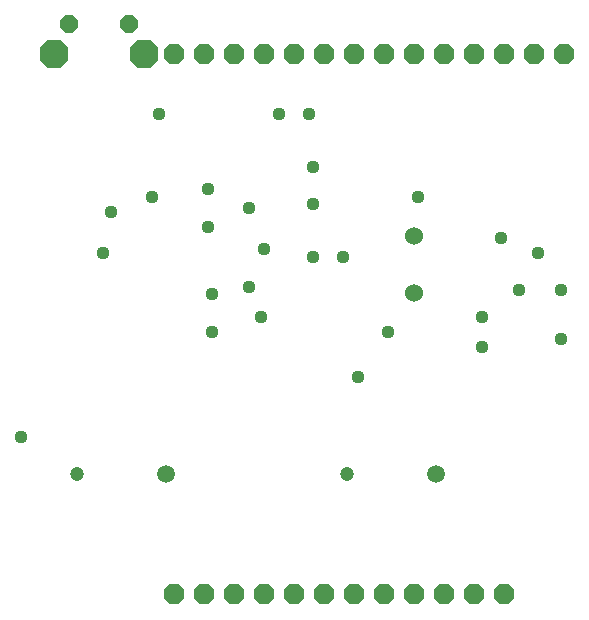
<source format=gts>
G75*
%MOIN*%
%OFA0B0*%
%FSLAX25Y25*%
%IPPOS*%
%LPD*%
%AMOC8*
5,1,8,0,0,1.08239X$1,22.5*
%
%ADD10OC8,0.06737*%
%ADD11OC8,0.05950*%
%ADD12OC8,0.09658*%
%ADD13OC8,0.06800*%
%ADD14C,0.06000*%
%ADD15C,0.05918*%
%ADD16C,0.04737*%
%ADD17C,0.04369*%
D10*
X0110352Y0031500D03*
X0120352Y0031500D03*
X0130352Y0031500D03*
X0140352Y0031500D03*
X0150352Y0031500D03*
X0160352Y0031500D03*
X0170352Y0031500D03*
X0180352Y0031500D03*
X0180352Y0211500D03*
X0170352Y0211500D03*
X0160352Y0211500D03*
X0150352Y0211500D03*
X0140352Y0211500D03*
X0130352Y0211500D03*
X0120352Y0211500D03*
X0110352Y0211500D03*
D11*
X0095352Y0221500D03*
X0075352Y0221500D03*
D12*
X0070352Y0211500D03*
X0100352Y0211500D03*
D13*
X0190352Y0211500D03*
X0200352Y0211500D03*
X0210352Y0211500D03*
X0220352Y0211500D03*
X0230352Y0211500D03*
X0240352Y0211500D03*
X0220352Y0031500D03*
X0210352Y0031500D03*
X0200352Y0031500D03*
X0190352Y0031500D03*
D14*
X0190352Y0132000D03*
X0190352Y0151000D03*
D15*
X0197478Y0071500D03*
X0107478Y0071500D03*
D16*
X0077950Y0071500D03*
X0167950Y0071500D03*
D17*
X0171602Y0104000D03*
X0181602Y0119000D03*
X0166602Y0144000D03*
X0156602Y0144000D03*
X0140352Y0146500D03*
X0135352Y0134000D03*
X0139102Y0124000D03*
X0122852Y0119000D03*
X0122852Y0131500D03*
X0121602Y0154000D03*
X0121602Y0166500D03*
X0135352Y0160250D03*
X0156602Y0161500D03*
X0156602Y0174000D03*
X0155352Y0191500D03*
X0145352Y0191500D03*
X0105352Y0191500D03*
X0102852Y0164000D03*
X0089102Y0159000D03*
X0086602Y0145250D03*
X0059102Y0084000D03*
X0191602Y0164000D03*
X0219102Y0150250D03*
X0231602Y0145250D03*
X0225352Y0132750D03*
X0239102Y0132750D03*
X0239102Y0116500D03*
X0212852Y0114000D03*
X0212852Y0124000D03*
M02*

</source>
